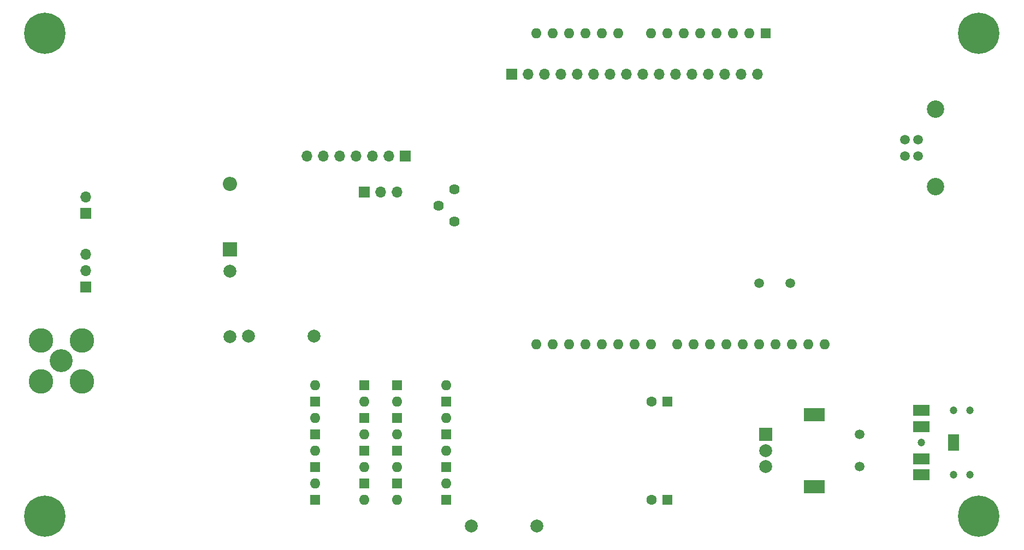
<source format=gbr>
G04 #@! TF.GenerationSoftware,KiCad,Pcbnew,(5.1.2-1)-1*
G04 #@! TF.CreationDate,2019-07-31T09:07:11+08:00*
G04 #@! TF.ProjectId,SDR_RECEIVER,5344525f-5245-4434-9549-5645522e6b69,rev?*
G04 #@! TF.SameCoordinates,Original*
G04 #@! TF.FileFunction,Soldermask,Bot*
G04 #@! TF.FilePolarity,Negative*
%FSLAX46Y46*%
G04 Gerber Fmt 4.6, Leading zero omitted, Abs format (unit mm)*
G04 Created by KiCad (PCBNEW (5.1.2-1)-1) date 2019-07-31 09:07:11*
%MOMM*%
%LPD*%
G04 APERTURE LIST*
%ADD10O,1.700000X1.700000*%
%ADD11R,1.700000X1.700000*%
%ADD12C,2.700000*%
%ADD13C,1.520000*%
%ADD14R,2.500000X1.800000*%
%ADD15R,1.800000X2.500000*%
%ADD16C,1.200000*%
%ADD17R,1.600000X1.600000*%
%ADD18C,1.600000*%
%ADD19O,1.600000X1.600000*%
%ADD20C,1.998980*%
%ADD21C,1.620000*%
%ADD22C,1.500000*%
%ADD23R,3.200000X2.000000*%
%ADD24C,2.000000*%
%ADD25R,2.000000X2.000000*%
%ADD26C,3.810000*%
%ADD27C,3.556000*%
%ADD28C,6.400000*%
%ADD29R,2.200000X2.200000*%
%ADD30O,2.200000X2.200000*%
G04 APERTURE END LIST*
D10*
X102870000Y-80518000D03*
X100330000Y-80518000D03*
D11*
X97790000Y-80518000D03*
D12*
X186310000Y-67660000D03*
X186310000Y-79660000D03*
D13*
X183610000Y-74930000D03*
X183610000Y-72390000D03*
X181610000Y-72390000D03*
X181610000Y-74930000D03*
D14*
X184150000Y-121880000D03*
X184150000Y-116880000D03*
X184150000Y-124380000D03*
X184150000Y-114380000D03*
D15*
X189150000Y-119380000D03*
D16*
X184150000Y-119380000D03*
X189150000Y-124380000D03*
X191650000Y-124380000D03*
X189150000Y-114380000D03*
X191650000Y-114380000D03*
D17*
X144780000Y-128270000D03*
D18*
X142280000Y-128270000D03*
D19*
X169160000Y-104140000D03*
X166620000Y-104140000D03*
D17*
X160020000Y-55880000D03*
D19*
X129540000Y-104140000D03*
X157480000Y-55880000D03*
X132080000Y-104140000D03*
X154940000Y-55880000D03*
X134620000Y-104140000D03*
X152400000Y-55880000D03*
X137160000Y-104140000D03*
X149860000Y-55880000D03*
X139700000Y-104140000D03*
X147320000Y-55880000D03*
X142240000Y-104140000D03*
X144780000Y-55880000D03*
X146300000Y-104140000D03*
X142240000Y-55880000D03*
X148840000Y-104140000D03*
X137160000Y-55880000D03*
X151380000Y-104140000D03*
X134620000Y-55880000D03*
X153920000Y-104140000D03*
X132080000Y-55880000D03*
X156460000Y-104140000D03*
X129540000Y-55880000D03*
X159000000Y-104140000D03*
X127000000Y-55880000D03*
X161540000Y-104140000D03*
X124460000Y-55880000D03*
X164080000Y-104140000D03*
X124460000Y-104140000D03*
X127000000Y-104140000D03*
D17*
X97790000Y-110490000D03*
D19*
X90170000Y-110490000D03*
D17*
X90170000Y-113030000D03*
D19*
X97790000Y-113030000D03*
X90170000Y-115570000D03*
D17*
X97790000Y-115570000D03*
X90170000Y-118110000D03*
D19*
X97790000Y-118110000D03*
D17*
X97790000Y-120650000D03*
D19*
X90170000Y-120650000D03*
X97790000Y-123190000D03*
D17*
X90170000Y-123190000D03*
D19*
X90170000Y-125730000D03*
D17*
X97790000Y-125730000D03*
D19*
X97790000Y-128270000D03*
D17*
X90170000Y-128270000D03*
D19*
X110490000Y-110490000D03*
D17*
X102870000Y-110490000D03*
D19*
X102870000Y-113030000D03*
D17*
X110490000Y-113030000D03*
D19*
X110490000Y-115570000D03*
D17*
X102870000Y-115570000D03*
X110490000Y-118110000D03*
D19*
X102870000Y-118110000D03*
X110490000Y-120650000D03*
D17*
X102870000Y-120650000D03*
X110490000Y-123190000D03*
D19*
X102870000Y-123190000D03*
D17*
X102870000Y-125730000D03*
D19*
X110490000Y-125730000D03*
D17*
X110490000Y-128270000D03*
D19*
X102870000Y-128270000D03*
D11*
X54610000Y-95250000D03*
D10*
X54610000Y-92710000D03*
X54610000Y-90170000D03*
X54610000Y-81280000D03*
D11*
X54610000Y-83820000D03*
D20*
X76962000Y-92788740D03*
X76962000Y-102948740D03*
X79834740Y-102870000D03*
X89994740Y-102870000D03*
X124538740Y-132334000D03*
X114378740Y-132334000D03*
D21*
X111760000Y-80090000D03*
X109260000Y-82590000D03*
X111760000Y-85090000D03*
D22*
X174520000Y-123110000D03*
X174520000Y-118110000D03*
D23*
X167520000Y-126210000D03*
X167520000Y-115010000D03*
D24*
X160020000Y-123110000D03*
X160020000Y-120610000D03*
D25*
X160020000Y-118110000D03*
D18*
X142280000Y-113030000D03*
D17*
X144780000Y-113030000D03*
D22*
X163830000Y-94615000D03*
X158930000Y-94615000D03*
D26*
X47625000Y-103505000D03*
D27*
X50800000Y-106680000D03*
D26*
X53975000Y-103505000D03*
X47625000Y-109855000D03*
X53975000Y-109855000D03*
D11*
X120650000Y-62230000D03*
D10*
X123190000Y-62230000D03*
X125730000Y-62230000D03*
X128270000Y-62230000D03*
X130810000Y-62230000D03*
X133350000Y-62230000D03*
X135890000Y-62230000D03*
X138430000Y-62230000D03*
X140970000Y-62230000D03*
X143510000Y-62230000D03*
X146050000Y-62230000D03*
X148590000Y-62230000D03*
X151130000Y-62230000D03*
X153670000Y-62230000D03*
X156210000Y-62230000D03*
X158750000Y-62230000D03*
D11*
X104140000Y-74930000D03*
D10*
X101600000Y-74930000D03*
X99060000Y-74930000D03*
X96520000Y-74930000D03*
X93980000Y-74930000D03*
X91440000Y-74930000D03*
X88900000Y-74930000D03*
D28*
X193040000Y-55880000D03*
X48260000Y-130810000D03*
X193040000Y-130810000D03*
X48260000Y-55880000D03*
D29*
X76962000Y-89408000D03*
D30*
X76962000Y-79248000D03*
M02*

</source>
